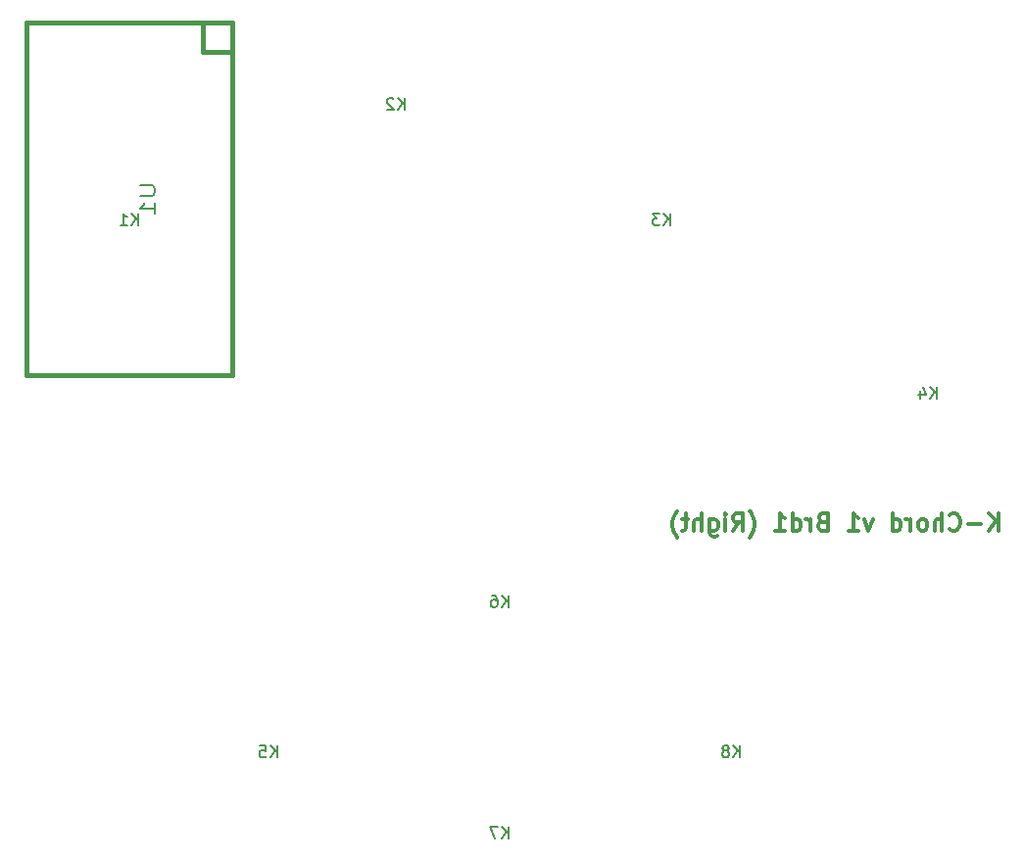
<source format=gbr>
G04 #@! TF.GenerationSoftware,KiCad,Pcbnew,(5.1.2)-2*
G04 #@! TF.CreationDate,2019-07-07T18:04:58+10:00*
G04 #@! TF.ProjectId,Right_Combined_Micro,52696768-745f-4436-9f6d-62696e65645f,rev?*
G04 #@! TF.SameCoordinates,Original*
G04 #@! TF.FileFunction,Legend,Bot*
G04 #@! TF.FilePolarity,Positive*
%FSLAX46Y46*%
G04 Gerber Fmt 4.6, Leading zero omitted, Abs format (unit mm)*
G04 Created by KiCad (PCBNEW (5.1.2)-2) date 2019-07-07 18:04:58*
%MOMM*%
%LPD*%
G04 APERTURE LIST*
%ADD10C,0.300000*%
%ADD11C,0.381000*%
%ADD12C,0.203200*%
%ADD13C,0.200000*%
G04 APERTURE END LIST*
D10*
X193571428Y-81178571D02*
X193571428Y-79678571D01*
X192714285Y-81178571D02*
X193357142Y-80321428D01*
X192714285Y-79678571D02*
X193571428Y-80535714D01*
X192071428Y-80607142D02*
X190928571Y-80607142D01*
X189357142Y-81035714D02*
X189428571Y-81107142D01*
X189642857Y-81178571D01*
X189785714Y-81178571D01*
X190000000Y-81107142D01*
X190142857Y-80964285D01*
X190214285Y-80821428D01*
X190285714Y-80535714D01*
X190285714Y-80321428D01*
X190214285Y-80035714D01*
X190142857Y-79892857D01*
X190000000Y-79750000D01*
X189785714Y-79678571D01*
X189642857Y-79678571D01*
X189428571Y-79750000D01*
X189357142Y-79821428D01*
X188714285Y-81178571D02*
X188714285Y-79678571D01*
X188071428Y-81178571D02*
X188071428Y-80392857D01*
X188142857Y-80250000D01*
X188285714Y-80178571D01*
X188500000Y-80178571D01*
X188642857Y-80250000D01*
X188714285Y-80321428D01*
X187142857Y-81178571D02*
X187285714Y-81107142D01*
X187357142Y-81035714D01*
X187428571Y-80892857D01*
X187428571Y-80464285D01*
X187357142Y-80321428D01*
X187285714Y-80250000D01*
X187142857Y-80178571D01*
X186928571Y-80178571D01*
X186785714Y-80250000D01*
X186714285Y-80321428D01*
X186642857Y-80464285D01*
X186642857Y-80892857D01*
X186714285Y-81035714D01*
X186785714Y-81107142D01*
X186928571Y-81178571D01*
X187142857Y-81178571D01*
X186000000Y-81178571D02*
X186000000Y-80178571D01*
X186000000Y-80464285D02*
X185928571Y-80321428D01*
X185857142Y-80250000D01*
X185714285Y-80178571D01*
X185571428Y-80178571D01*
X184428571Y-81178571D02*
X184428571Y-79678571D01*
X184428571Y-81107142D02*
X184571428Y-81178571D01*
X184857142Y-81178571D01*
X185000000Y-81107142D01*
X185071428Y-81035714D01*
X185142857Y-80892857D01*
X185142857Y-80464285D01*
X185071428Y-80321428D01*
X185000000Y-80250000D01*
X184857142Y-80178571D01*
X184571428Y-80178571D01*
X184428571Y-80250000D01*
X182714285Y-80178571D02*
X182357142Y-81178571D01*
X182000000Y-80178571D01*
X180642857Y-81178571D02*
X181500000Y-81178571D01*
X181071428Y-81178571D02*
X181071428Y-79678571D01*
X181214285Y-79892857D01*
X181357142Y-80035714D01*
X181500000Y-80107142D01*
X178357142Y-80392857D02*
X178142857Y-80464285D01*
X178071428Y-80535714D01*
X178000000Y-80678571D01*
X178000000Y-80892857D01*
X178071428Y-81035714D01*
X178142857Y-81107142D01*
X178285714Y-81178571D01*
X178857142Y-81178571D01*
X178857142Y-79678571D01*
X178357142Y-79678571D01*
X178214285Y-79750000D01*
X178142857Y-79821428D01*
X178071428Y-79964285D01*
X178071428Y-80107142D01*
X178142857Y-80250000D01*
X178214285Y-80321428D01*
X178357142Y-80392857D01*
X178857142Y-80392857D01*
X177357142Y-81178571D02*
X177357142Y-80178571D01*
X177357142Y-80464285D02*
X177285714Y-80321428D01*
X177214285Y-80250000D01*
X177071428Y-80178571D01*
X176928571Y-80178571D01*
X175785714Y-81178571D02*
X175785714Y-79678571D01*
X175785714Y-81107142D02*
X175928571Y-81178571D01*
X176214285Y-81178571D01*
X176357142Y-81107142D01*
X176428571Y-81035714D01*
X176500000Y-80892857D01*
X176500000Y-80464285D01*
X176428571Y-80321428D01*
X176357142Y-80250000D01*
X176214285Y-80178571D01*
X175928571Y-80178571D01*
X175785714Y-80250000D01*
X174285714Y-81178571D02*
X175142857Y-81178571D01*
X174714285Y-81178571D02*
X174714285Y-79678571D01*
X174857142Y-79892857D01*
X175000000Y-80035714D01*
X175142857Y-80107142D01*
X172071428Y-81750000D02*
X172142857Y-81678571D01*
X172285714Y-81464285D01*
X172357142Y-81321428D01*
X172428571Y-81107142D01*
X172500000Y-80750000D01*
X172500000Y-80464285D01*
X172428571Y-80107142D01*
X172357142Y-79892857D01*
X172285714Y-79750000D01*
X172142857Y-79535714D01*
X172071428Y-79464285D01*
X170642857Y-81178571D02*
X171142857Y-80464285D01*
X171500000Y-81178571D02*
X171500000Y-79678571D01*
X170928571Y-79678571D01*
X170785714Y-79750000D01*
X170714285Y-79821428D01*
X170642857Y-79964285D01*
X170642857Y-80178571D01*
X170714285Y-80321428D01*
X170785714Y-80392857D01*
X170928571Y-80464285D01*
X171500000Y-80464285D01*
X170000000Y-81178571D02*
X170000000Y-80178571D01*
X170000000Y-79678571D02*
X170071428Y-79750000D01*
X170000000Y-79821428D01*
X169928571Y-79750000D01*
X170000000Y-79678571D01*
X170000000Y-79821428D01*
X168642857Y-80178571D02*
X168642857Y-81392857D01*
X168714285Y-81535714D01*
X168785714Y-81607142D01*
X168928571Y-81678571D01*
X169142857Y-81678571D01*
X169285714Y-81607142D01*
X168642857Y-81107142D02*
X168785714Y-81178571D01*
X169071428Y-81178571D01*
X169214285Y-81107142D01*
X169285714Y-81035714D01*
X169357142Y-80892857D01*
X169357142Y-80464285D01*
X169285714Y-80321428D01*
X169214285Y-80250000D01*
X169071428Y-80178571D01*
X168785714Y-80178571D01*
X168642857Y-80250000D01*
X167928571Y-81178571D02*
X167928571Y-79678571D01*
X167285714Y-81178571D02*
X167285714Y-80392857D01*
X167357142Y-80250000D01*
X167500000Y-80178571D01*
X167714285Y-80178571D01*
X167857142Y-80250000D01*
X167928571Y-80321428D01*
X166785714Y-80178571D02*
X166214285Y-80178571D01*
X166571428Y-79678571D02*
X166571428Y-80964285D01*
X166500000Y-81107142D01*
X166357142Y-81178571D01*
X166214285Y-81178571D01*
X165857142Y-81750000D02*
X165785714Y-81678571D01*
X165642857Y-81464285D01*
X165571428Y-81321428D01*
X165500000Y-81107142D01*
X165428571Y-80750000D01*
X165428571Y-80464285D01*
X165500000Y-80107142D01*
X165571428Y-79892857D01*
X165642857Y-79750000D01*
X165785714Y-79535714D01*
X165857142Y-79464285D01*
D11*
X109610000Y-37260000D02*
X127390000Y-37260000D01*
X127390000Y-37260000D02*
X127390000Y-67740000D01*
X127390000Y-67740000D02*
X109610000Y-67740000D01*
X109610000Y-67740000D02*
X109610000Y-37260000D01*
X124850000Y-37260000D02*
X124850000Y-39800000D01*
X124850000Y-39800000D02*
X127390000Y-39800000D01*
D12*
X119429523Y-51338857D02*
X120457619Y-51338857D01*
X120578571Y-51411428D01*
X120639047Y-51484000D01*
X120699523Y-51629142D01*
X120699523Y-51919428D01*
X120639047Y-52064571D01*
X120578571Y-52137142D01*
X120457619Y-52209714D01*
X119429523Y-52209714D01*
X120699523Y-53733714D02*
X120699523Y-52862857D01*
X120699523Y-53298285D02*
X119429523Y-53298285D01*
X119610952Y-53153142D01*
X119731904Y-53008000D01*
X119792380Y-52862857D01*
D13*
X119238095Y-54770380D02*
X119238095Y-53770380D01*
X118666666Y-54770380D02*
X119095238Y-54198952D01*
X118666666Y-53770380D02*
X119238095Y-54341809D01*
X117714285Y-54770380D02*
X118285714Y-54770380D01*
X118000000Y-54770380D02*
X118000000Y-53770380D01*
X118095238Y-53913238D01*
X118190476Y-54008476D01*
X118285714Y-54056095D01*
X142238095Y-44770380D02*
X142238095Y-43770380D01*
X141666666Y-44770380D02*
X142095238Y-44198952D01*
X141666666Y-43770380D02*
X142238095Y-44341809D01*
X141285714Y-43865619D02*
X141238095Y-43818000D01*
X141142857Y-43770380D01*
X140904761Y-43770380D01*
X140809523Y-43818000D01*
X140761904Y-43865619D01*
X140714285Y-43960857D01*
X140714285Y-44056095D01*
X140761904Y-44198952D01*
X141333333Y-44770380D01*
X140714285Y-44770380D01*
X165238095Y-54770380D02*
X165238095Y-53770380D01*
X164666666Y-54770380D02*
X165095238Y-54198952D01*
X164666666Y-53770380D02*
X165238095Y-54341809D01*
X164333333Y-53770380D02*
X163714285Y-53770380D01*
X164047619Y-54151333D01*
X163904761Y-54151333D01*
X163809523Y-54198952D01*
X163761904Y-54246571D01*
X163714285Y-54341809D01*
X163714285Y-54579904D01*
X163761904Y-54675142D01*
X163809523Y-54722761D01*
X163904761Y-54770380D01*
X164190476Y-54770380D01*
X164285714Y-54722761D01*
X164333333Y-54675142D01*
X188238095Y-69770380D02*
X188238095Y-68770380D01*
X187666666Y-69770380D02*
X188095238Y-69198952D01*
X187666666Y-68770380D02*
X188238095Y-69341809D01*
X186809523Y-69103714D02*
X186809523Y-69770380D01*
X187047619Y-68722761D02*
X187285714Y-69437047D01*
X186666666Y-69437047D01*
X131238095Y-100770380D02*
X131238095Y-99770380D01*
X130666666Y-100770380D02*
X131095238Y-100198952D01*
X130666666Y-99770380D02*
X131238095Y-100341809D01*
X129761904Y-99770380D02*
X130238095Y-99770380D01*
X130285714Y-100246571D01*
X130238095Y-100198952D01*
X130142857Y-100151333D01*
X129904761Y-100151333D01*
X129809523Y-100198952D01*
X129761904Y-100246571D01*
X129714285Y-100341809D01*
X129714285Y-100579904D01*
X129761904Y-100675142D01*
X129809523Y-100722761D01*
X129904761Y-100770380D01*
X130142857Y-100770380D01*
X130238095Y-100722761D01*
X130285714Y-100675142D01*
X151238095Y-87770380D02*
X151238095Y-86770380D01*
X150666666Y-87770380D02*
X151095238Y-87198952D01*
X150666666Y-86770380D02*
X151238095Y-87341809D01*
X149809523Y-86770380D02*
X150000000Y-86770380D01*
X150095238Y-86818000D01*
X150142857Y-86865619D01*
X150238095Y-87008476D01*
X150285714Y-87198952D01*
X150285714Y-87579904D01*
X150238095Y-87675142D01*
X150190476Y-87722761D01*
X150095238Y-87770380D01*
X149904761Y-87770380D01*
X149809523Y-87722761D01*
X149761904Y-87675142D01*
X149714285Y-87579904D01*
X149714285Y-87341809D01*
X149761904Y-87246571D01*
X149809523Y-87198952D01*
X149904761Y-87151333D01*
X150095238Y-87151333D01*
X150190476Y-87198952D01*
X150238095Y-87246571D01*
X150285714Y-87341809D01*
X151238095Y-107770380D02*
X151238095Y-106770380D01*
X150666666Y-107770380D02*
X151095238Y-107198952D01*
X150666666Y-106770380D02*
X151238095Y-107341809D01*
X150333333Y-106770380D02*
X149666666Y-106770380D01*
X150095238Y-107770380D01*
X171238095Y-100770380D02*
X171238095Y-99770380D01*
X170666666Y-100770380D02*
X171095238Y-100198952D01*
X170666666Y-99770380D02*
X171238095Y-100341809D01*
X170095238Y-100198952D02*
X170190476Y-100151333D01*
X170238095Y-100103714D01*
X170285714Y-100008476D01*
X170285714Y-99960857D01*
X170238095Y-99865619D01*
X170190476Y-99818000D01*
X170095238Y-99770380D01*
X169904761Y-99770380D01*
X169809523Y-99818000D01*
X169761904Y-99865619D01*
X169714285Y-99960857D01*
X169714285Y-100008476D01*
X169761904Y-100103714D01*
X169809523Y-100151333D01*
X169904761Y-100198952D01*
X170095238Y-100198952D01*
X170190476Y-100246571D01*
X170238095Y-100294190D01*
X170285714Y-100389428D01*
X170285714Y-100579904D01*
X170238095Y-100675142D01*
X170190476Y-100722761D01*
X170095238Y-100770380D01*
X169904761Y-100770380D01*
X169809523Y-100722761D01*
X169761904Y-100675142D01*
X169714285Y-100579904D01*
X169714285Y-100389428D01*
X169761904Y-100294190D01*
X169809523Y-100246571D01*
X169904761Y-100198952D01*
M02*

</source>
